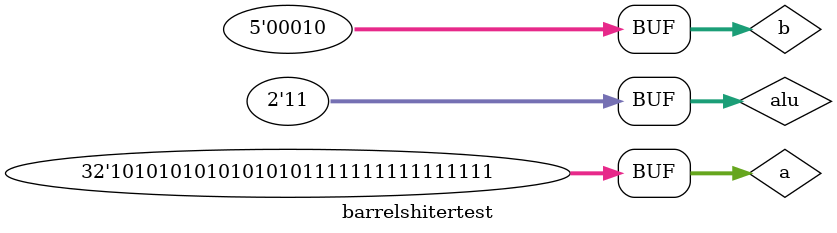
<source format=v>
`timescale 1ns / 1ps


module barrelshitertest;

	// Inputs
	reg [31:0] a;
	reg [4:0] b;
	reg [1:0] alu;

	// Outputs
	wire [31:0] c;

	// Instantiate the Unit Under Test (UUT)
	barrelshifter uut (
		.a(a), 
		.b(b), 
		.alu(alu), 
		.c(c)
	);

	initial begin
		// Initialize Inputs
		a = 32'b00000000000000000000000011111110;
		b = 32'b00010;
		alu =2'b11;

		// Wait 100 ns for global reset to finish
		#100;
        
		a = 32'b10101010101010101111111111111111;
		b = 32'b00010;
		alu =2'b01;
		#100;
		
		a = 32'b10101010101010101111111111111111;
		b = 32'b00010;
		alu =2'b10;
		#100;
		
		a = 32'b10101010101010101111111111111111;
		b = 32'b00010;
		alu =2'b11;
		#100;

	end
      
endmodule


</source>
